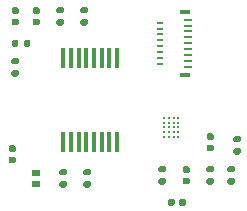
<source format=gtp>
G04 #@! TF.GenerationSoftware,KiCad,Pcbnew,(5.1.8)-1*
G04 #@! TF.CreationDate,2021-03-29T10:41:43+03:00*
G04 #@! TF.ProjectId,sensor board,73656e73-6f72-4206-926f-6172642e6b69,rev?*
G04 #@! TF.SameCoordinates,Original*
G04 #@! TF.FileFunction,Paste,Top*
G04 #@! TF.FilePolarity,Positive*
%FSLAX46Y46*%
G04 Gerber Fmt 4.6, Leading zero omitted, Abs format (unit mm)*
G04 Created by KiCad (PCBNEW (5.1.8)-1) date 2021-03-29 10:41:43*
%MOMM*%
%LPD*%
G01*
G04 APERTURE LIST*
%ADD10R,0.450000X1.800000*%
%ADD11C,0.216000*%
%ADD12R,0.720000X0.250000*%
%ADD13R,0.570000X0.250000*%
%ADD14R,0.950000X0.400000*%
%ADD15R,0.780000X0.610000*%
G04 APERTURE END LIST*
G36*
G01*
X144711000Y-83326000D02*
X144341000Y-83326000D01*
G75*
G02*
X144206000Y-83191000I0J135000D01*
G01*
X144206000Y-82921000D01*
G75*
G02*
X144341000Y-82786000I135000J0D01*
G01*
X144711000Y-82786000D01*
G75*
G02*
X144846000Y-82921000I0J-135000D01*
G01*
X144846000Y-83191000D01*
G75*
G02*
X144711000Y-83326000I-135000J0D01*
G01*
G37*
G36*
G01*
X144711000Y-84346000D02*
X144341000Y-84346000D01*
G75*
G02*
X144206000Y-84211000I0J135000D01*
G01*
X144206000Y-83941000D01*
G75*
G02*
X144341000Y-83806000I135000J0D01*
G01*
X144711000Y-83806000D01*
G75*
G02*
X144846000Y-83941000I0J-135000D01*
G01*
X144846000Y-84211000D01*
G75*
G02*
X144711000Y-84346000I-135000J0D01*
G01*
G37*
G36*
G01*
X137737000Y-70344000D02*
X138107000Y-70344000D01*
G75*
G02*
X138242000Y-70479000I0J-135000D01*
G01*
X138242000Y-70749000D01*
G75*
G02*
X138107000Y-70884000I-135000J0D01*
G01*
X137737000Y-70884000D01*
G75*
G02*
X137602000Y-70749000I0J135000D01*
G01*
X137602000Y-70479000D01*
G75*
G02*
X137737000Y-70344000I135000J0D01*
G01*
G37*
G36*
G01*
X137737000Y-69324000D02*
X138107000Y-69324000D01*
G75*
G02*
X138242000Y-69459000I0J-135000D01*
G01*
X138242000Y-69729000D01*
G75*
G02*
X138107000Y-69864000I-135000J0D01*
G01*
X137737000Y-69864000D01*
G75*
G02*
X137602000Y-69729000I0J135000D01*
G01*
X137602000Y-69459000D01*
G75*
G02*
X137737000Y-69324000I135000J0D01*
G01*
G37*
G36*
G01*
X151061000Y-80786000D02*
X150691000Y-80786000D01*
G75*
G02*
X150556000Y-80651000I0J135000D01*
G01*
X150556000Y-80381000D01*
G75*
G02*
X150691000Y-80246000I135000J0D01*
G01*
X151061000Y-80246000D01*
G75*
G02*
X151196000Y-80381000I0J-135000D01*
G01*
X151196000Y-80651000D01*
G75*
G02*
X151061000Y-80786000I-135000J0D01*
G01*
G37*
G36*
G01*
X151061000Y-81806000D02*
X150691000Y-81806000D01*
G75*
G02*
X150556000Y-81671000I0J135000D01*
G01*
X150556000Y-81401000D01*
G75*
G02*
X150691000Y-81266000I135000J0D01*
G01*
X151061000Y-81266000D01*
G75*
G02*
X151196000Y-81401000I0J-135000D01*
G01*
X151196000Y-81671000D01*
G75*
G02*
X151061000Y-81806000I-135000J0D01*
G01*
G37*
G36*
G01*
X132348000Y-72205000D02*
X132348000Y-72575000D01*
G75*
G02*
X132213000Y-72710000I-135000J0D01*
G01*
X131943000Y-72710000D01*
G75*
G02*
X131808000Y-72575000I0J135000D01*
G01*
X131808000Y-72205000D01*
G75*
G02*
X131943000Y-72070000I135000J0D01*
G01*
X132213000Y-72070000D01*
G75*
G02*
X132348000Y-72205000I0J-135000D01*
G01*
G37*
G36*
G01*
X133368000Y-72205000D02*
X133368000Y-72575000D01*
G75*
G02*
X133233000Y-72710000I-135000J0D01*
G01*
X132963000Y-72710000D01*
G75*
G02*
X132828000Y-72575000I0J135000D01*
G01*
X132828000Y-72205000D01*
G75*
G02*
X132963000Y-72070000I135000J0D01*
G01*
X133233000Y-72070000D01*
G75*
G02*
X133368000Y-72205000I0J-135000D01*
G01*
G37*
G36*
G01*
X146388000Y-83766000D02*
X146728000Y-83766000D01*
G75*
G02*
X146868000Y-83906000I0J-140000D01*
G01*
X146868000Y-84186000D01*
G75*
G02*
X146728000Y-84326000I-140000J0D01*
G01*
X146388000Y-84326000D01*
G75*
G02*
X146248000Y-84186000I0J140000D01*
G01*
X146248000Y-83906000D01*
G75*
G02*
X146388000Y-83766000I140000J0D01*
G01*
G37*
G36*
G01*
X146388000Y-82806000D02*
X146728000Y-82806000D01*
G75*
G02*
X146868000Y-82946000I0J-140000D01*
G01*
X146868000Y-83226000D01*
G75*
G02*
X146728000Y-83366000I-140000J0D01*
G01*
X146388000Y-83366000D01*
G75*
G02*
X146248000Y-83226000I0J140000D01*
G01*
X146248000Y-82946000D01*
G75*
G02*
X146388000Y-82806000I140000J0D01*
G01*
G37*
G36*
G01*
X148760000Y-80572000D02*
X148420000Y-80572000D01*
G75*
G02*
X148280000Y-80432000I0J140000D01*
G01*
X148280000Y-80152000D01*
G75*
G02*
X148420000Y-80012000I140000J0D01*
G01*
X148760000Y-80012000D01*
G75*
G02*
X148900000Y-80152000I0J-140000D01*
G01*
X148900000Y-80432000D01*
G75*
G02*
X148760000Y-80572000I-140000J0D01*
G01*
G37*
G36*
G01*
X148760000Y-81532000D02*
X148420000Y-81532000D01*
G75*
G02*
X148280000Y-81392000I0J140000D01*
G01*
X148280000Y-81112000D01*
G75*
G02*
X148420000Y-80972000I140000J0D01*
G01*
X148760000Y-80972000D01*
G75*
G02*
X148900000Y-81112000I0J-140000D01*
G01*
X148900000Y-81392000D01*
G75*
G02*
X148760000Y-81532000I-140000J0D01*
G01*
G37*
G36*
G01*
X131656000Y-81028000D02*
X131996000Y-81028000D01*
G75*
G02*
X132136000Y-81168000I0J-140000D01*
G01*
X132136000Y-81448000D01*
G75*
G02*
X131996000Y-81588000I-140000J0D01*
G01*
X131656000Y-81588000D01*
G75*
G02*
X131516000Y-81448000I0J140000D01*
G01*
X131516000Y-81168000D01*
G75*
G02*
X131656000Y-81028000I140000J0D01*
G01*
G37*
G36*
G01*
X131656000Y-81988000D02*
X131996000Y-81988000D01*
G75*
G02*
X132136000Y-82128000I0J-140000D01*
G01*
X132136000Y-82408000D01*
G75*
G02*
X131996000Y-82548000I-140000J0D01*
G01*
X131656000Y-82548000D01*
G75*
G02*
X131516000Y-82408000I0J140000D01*
G01*
X131516000Y-82128000D01*
G75*
G02*
X131656000Y-81988000I140000J0D01*
G01*
G37*
G36*
G01*
X145008000Y-86022000D02*
X145008000Y-85682000D01*
G75*
G02*
X145148000Y-85542000I140000J0D01*
G01*
X145428000Y-85542000D01*
G75*
G02*
X145568000Y-85682000I0J-140000D01*
G01*
X145568000Y-86022000D01*
G75*
G02*
X145428000Y-86162000I-140000J0D01*
G01*
X145148000Y-86162000D01*
G75*
G02*
X145008000Y-86022000I0J140000D01*
G01*
G37*
G36*
G01*
X145968000Y-86022000D02*
X145968000Y-85682000D01*
G75*
G02*
X146108000Y-85542000I140000J0D01*
G01*
X146388000Y-85542000D01*
G75*
G02*
X146528000Y-85682000I0J-140000D01*
G01*
X146528000Y-86022000D01*
G75*
G02*
X146388000Y-86162000I-140000J0D01*
G01*
X146108000Y-86162000D01*
G75*
G02*
X145968000Y-86022000I0J140000D01*
G01*
G37*
G36*
G01*
X131910000Y-70304000D02*
X132250000Y-70304000D01*
G75*
G02*
X132390000Y-70444000I0J-140000D01*
G01*
X132390000Y-70724000D01*
G75*
G02*
X132250000Y-70864000I-140000J0D01*
G01*
X131910000Y-70864000D01*
G75*
G02*
X131770000Y-70724000I0J140000D01*
G01*
X131770000Y-70444000D01*
G75*
G02*
X131910000Y-70304000I140000J0D01*
G01*
G37*
G36*
G01*
X131910000Y-69344000D02*
X132250000Y-69344000D01*
G75*
G02*
X132390000Y-69484000I0J-140000D01*
G01*
X132390000Y-69764000D01*
G75*
G02*
X132250000Y-69904000I-140000J0D01*
G01*
X131910000Y-69904000D01*
G75*
G02*
X131770000Y-69764000I0J140000D01*
G01*
X131770000Y-69484000D01*
G75*
G02*
X131910000Y-69344000I140000J0D01*
G01*
G37*
G36*
G01*
X133688000Y-69344000D02*
X134028000Y-69344000D01*
G75*
G02*
X134168000Y-69484000I0J-140000D01*
G01*
X134168000Y-69764000D01*
G75*
G02*
X134028000Y-69904000I-140000J0D01*
G01*
X133688000Y-69904000D01*
G75*
G02*
X133548000Y-69764000I0J140000D01*
G01*
X133548000Y-69484000D01*
G75*
G02*
X133688000Y-69344000I140000J0D01*
G01*
G37*
G36*
G01*
X133688000Y-70304000D02*
X134028000Y-70304000D01*
G75*
G02*
X134168000Y-70444000I0J-140000D01*
G01*
X134168000Y-70724000D01*
G75*
G02*
X134028000Y-70864000I-140000J0D01*
G01*
X133688000Y-70864000D01*
G75*
G02*
X133548000Y-70724000I0J140000D01*
G01*
X133548000Y-70444000D01*
G75*
G02*
X133688000Y-70304000I140000J0D01*
G01*
G37*
D10*
X136155000Y-80766000D03*
X136805000Y-80766000D03*
X137455000Y-80766000D03*
X138105000Y-80766000D03*
X138755000Y-80766000D03*
X139405000Y-80766000D03*
X140055000Y-80766000D03*
X140705000Y-80766000D03*
X140705000Y-73666000D03*
X140055000Y-73666000D03*
X139405000Y-73666000D03*
X138755000Y-73666000D03*
X138105000Y-73666000D03*
X137455000Y-73666000D03*
X136805000Y-73666000D03*
X136155000Y-73666000D03*
D11*
X145888000Y-78702000D03*
X145888000Y-79102000D03*
X145888000Y-79502000D03*
X145888000Y-79902000D03*
X145888000Y-80302000D03*
X145488000Y-78702000D03*
X145488000Y-79102000D03*
X145488000Y-79502000D03*
X145488000Y-79902000D03*
X145488000Y-80302000D03*
X145088000Y-78702000D03*
X145088000Y-79102000D03*
X145088000Y-79502000D03*
X145088000Y-79902000D03*
X145088000Y-80302000D03*
X144688000Y-78702000D03*
X144688000Y-79102000D03*
X144688000Y-79502000D03*
X144688000Y-79902000D03*
X144688000Y-80302000D03*
D12*
X146707000Y-70390000D03*
D13*
X144302000Y-70640000D03*
D12*
X146707000Y-70890000D03*
D13*
X144302000Y-71140000D03*
D12*
X146707000Y-71390000D03*
D13*
X144302000Y-71640000D03*
D12*
X146707000Y-71890000D03*
D13*
X144302000Y-72140000D03*
D12*
X146707000Y-72390000D03*
D13*
X144302000Y-72640000D03*
D12*
X146707000Y-72890000D03*
D13*
X144302000Y-73140000D03*
D12*
X146707000Y-73390000D03*
D13*
X144302000Y-73640000D03*
D12*
X146707000Y-73890000D03*
D13*
X144302000Y-74140000D03*
D12*
X146707000Y-74390000D03*
D14*
X146442000Y-75060000D03*
X146442000Y-69720000D03*
G36*
G01*
X148405000Y-83806000D02*
X148775000Y-83806000D01*
G75*
G02*
X148910000Y-83941000I0J-135000D01*
G01*
X148910000Y-84211000D01*
G75*
G02*
X148775000Y-84346000I-135000J0D01*
G01*
X148405000Y-84346000D01*
G75*
G02*
X148270000Y-84211000I0J135000D01*
G01*
X148270000Y-83941000D01*
G75*
G02*
X148405000Y-83806000I135000J0D01*
G01*
G37*
G36*
G01*
X148405000Y-82786000D02*
X148775000Y-82786000D01*
G75*
G02*
X148910000Y-82921000I0J-135000D01*
G01*
X148910000Y-83191000D01*
G75*
G02*
X148775000Y-83326000I-135000J0D01*
G01*
X148405000Y-83326000D01*
G75*
G02*
X148270000Y-83191000I0J135000D01*
G01*
X148270000Y-82921000D01*
G75*
G02*
X148405000Y-82786000I135000J0D01*
G01*
G37*
G36*
G01*
X150183000Y-82786000D02*
X150553000Y-82786000D01*
G75*
G02*
X150688000Y-82921000I0J-135000D01*
G01*
X150688000Y-83191000D01*
G75*
G02*
X150553000Y-83326000I-135000J0D01*
G01*
X150183000Y-83326000D01*
G75*
G02*
X150048000Y-83191000I0J135000D01*
G01*
X150048000Y-82921000D01*
G75*
G02*
X150183000Y-82786000I135000J0D01*
G01*
G37*
G36*
G01*
X150183000Y-83806000D02*
X150553000Y-83806000D01*
G75*
G02*
X150688000Y-83941000I0J-135000D01*
G01*
X150688000Y-84211000D01*
G75*
G02*
X150553000Y-84346000I-135000J0D01*
G01*
X150183000Y-84346000D01*
G75*
G02*
X150048000Y-84211000I0J135000D01*
G01*
X150048000Y-83941000D01*
G75*
G02*
X150183000Y-83806000I135000J0D01*
G01*
G37*
G36*
G01*
X135705000Y-70344000D02*
X136075000Y-70344000D01*
G75*
G02*
X136210000Y-70479000I0J-135000D01*
G01*
X136210000Y-70749000D01*
G75*
G02*
X136075000Y-70884000I-135000J0D01*
G01*
X135705000Y-70884000D01*
G75*
G02*
X135570000Y-70749000I0J135000D01*
G01*
X135570000Y-70479000D01*
G75*
G02*
X135705000Y-70344000I135000J0D01*
G01*
G37*
G36*
G01*
X135705000Y-69324000D02*
X136075000Y-69324000D01*
G75*
G02*
X136210000Y-69459000I0J-135000D01*
G01*
X136210000Y-69729000D01*
G75*
G02*
X136075000Y-69864000I-135000J0D01*
G01*
X135705000Y-69864000D01*
G75*
G02*
X135570000Y-69729000I0J135000D01*
G01*
X135570000Y-69459000D01*
G75*
G02*
X135705000Y-69324000I135000J0D01*
G01*
G37*
G36*
G01*
X138361000Y-84600000D02*
X137991000Y-84600000D01*
G75*
G02*
X137856000Y-84465000I0J135000D01*
G01*
X137856000Y-84195000D01*
G75*
G02*
X137991000Y-84060000I135000J0D01*
G01*
X138361000Y-84060000D01*
G75*
G02*
X138496000Y-84195000I0J-135000D01*
G01*
X138496000Y-84465000D01*
G75*
G02*
X138361000Y-84600000I-135000J0D01*
G01*
G37*
G36*
G01*
X138361000Y-83580000D02*
X137991000Y-83580000D01*
G75*
G02*
X137856000Y-83445000I0J135000D01*
G01*
X137856000Y-83175000D01*
G75*
G02*
X137991000Y-83040000I135000J0D01*
G01*
X138361000Y-83040000D01*
G75*
G02*
X138496000Y-83175000I0J-135000D01*
G01*
X138496000Y-83445000D01*
G75*
G02*
X138361000Y-83580000I-135000J0D01*
G01*
G37*
G36*
G01*
X136329000Y-84600000D02*
X135959000Y-84600000D01*
G75*
G02*
X135824000Y-84465000I0J135000D01*
G01*
X135824000Y-84195000D01*
G75*
G02*
X135959000Y-84060000I135000J0D01*
G01*
X136329000Y-84060000D01*
G75*
G02*
X136464000Y-84195000I0J-135000D01*
G01*
X136464000Y-84465000D01*
G75*
G02*
X136329000Y-84600000I-135000J0D01*
G01*
G37*
G36*
G01*
X136329000Y-83580000D02*
X135959000Y-83580000D01*
G75*
G02*
X135824000Y-83445000I0J135000D01*
G01*
X135824000Y-83175000D01*
G75*
G02*
X135959000Y-83040000I135000J0D01*
G01*
X136329000Y-83040000D01*
G75*
G02*
X136464000Y-83175000I0J-135000D01*
G01*
X136464000Y-83445000D01*
G75*
G02*
X136329000Y-83580000I-135000J0D01*
G01*
G37*
G36*
G01*
X132265000Y-74182000D02*
X131895000Y-74182000D01*
G75*
G02*
X131760000Y-74047000I0J135000D01*
G01*
X131760000Y-73777000D01*
G75*
G02*
X131895000Y-73642000I135000J0D01*
G01*
X132265000Y-73642000D01*
G75*
G02*
X132400000Y-73777000I0J-135000D01*
G01*
X132400000Y-74047000D01*
G75*
G02*
X132265000Y-74182000I-135000J0D01*
G01*
G37*
G36*
G01*
X132265000Y-75202000D02*
X131895000Y-75202000D01*
G75*
G02*
X131760000Y-75067000I0J135000D01*
G01*
X131760000Y-74797000D01*
G75*
G02*
X131895000Y-74662000I135000J0D01*
G01*
X132265000Y-74662000D01*
G75*
G02*
X132400000Y-74797000I0J-135000D01*
G01*
X132400000Y-75067000D01*
G75*
G02*
X132265000Y-75202000I-135000J0D01*
G01*
G37*
D15*
X133858000Y-83360000D03*
X133858000Y-84280000D03*
M02*

</source>
